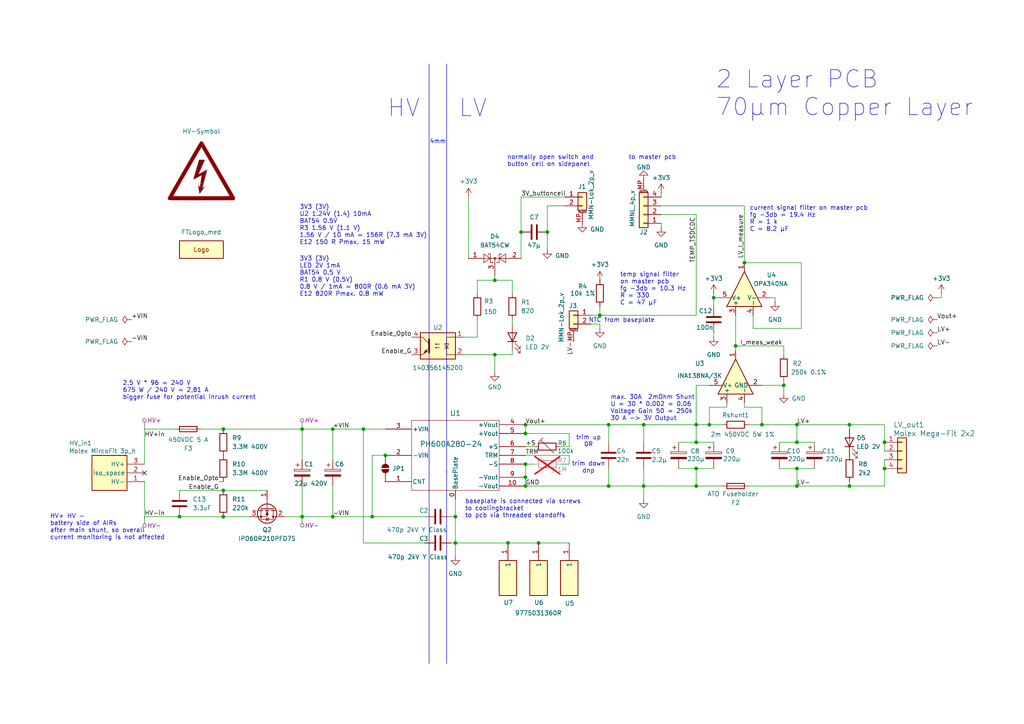
<source format=kicad_sch>
(kicad_sch (version 20250114) (generator "eeschema") (generator_version "9.0")
  (paper "A4")
  (title_block (title "TS-DCDC") (date "2024-12-12") (rev "0.5"))
  (lib_symbols
    (symbol "2024-11-18_21-41-11:PH600A280-24" (pin_names (offset 0.254))
      (property "Reference" "U1" (at 20.32 7.112 0))
      (property "Value" "PH600A280-24" (at 19.05 -1.778 0))
      (symbol "PH600A280-24_1_1"
        (pin power_in line (at 0 2.54 0) (length 7.62) (name "+VIN") (number "3"))
        (pin power_in line (at 0 -5.08 0) (length 7.62) (name "-VIN") (number "2"))
        (pin input line (at 0 -12.7 0) (length 7.62) (name "CNT") (number "1"))
        (pin passive line (at 20.32 -17.78 90) (length 2.54) (name "BasePlate") (number "0"))
        (pin power_out line (at 40.64 3.81 180) (length 7.62) (name "+Vout") (number "4"))
        (pin passive line (at 40.64 1.27 180) (length 7.62) (name "+Vout") (number "5"))
        (pin input line (at 40.64 -2.54 180) (length 7.62) (name "+S") (number "6"))
        (pin input line (at 40.64 -5.08 180) (length 7.62) (name "TRM") (number "7"))
        (pin input line (at 40.64 -7.62 180) (length 7.62) (name "-S") (number "8"))
        (pin passive line (at 40.64 -11.43 180) (length 7.62) (name "-Vout") (number "9"))
        (pin power_out line (at 40.64 -13.97 180) (length 7.62) (name "-Vout") (number "10"))
      )
    )
    (symbol "43650-0317:43650-0317"
      (property "Reference" "HV_in1" (at 18.542 -11.938 0))
      (property "Value" "Molex MircoFit 3p_h" (at 11.43 -9.398 0))
      (symbol "43650-0317_1_1"
        (pin power_out line (at 0 0 0) (length 5.08) (name "HV+") (number "3"))
        (pin passive line (at 0 -2.54 0) (length 5.08) (name "iso_space") (number "2"))
        (pin power_out line (at 0 -5.08 0) (length 5.08) (name "HV-") (number "1"))
      )
    )
    (symbol "9775031360R:9775031360R"
      (property "Reference" "U" (at 16.51 7.62 0))
      (property "Value" "9775031360R" (at 16.51 5.08 0))
      (symbol "9775031360R_1_1"
        (pin passive line (at 0 0 0) (length 5.08) (name "1") (number "1"))
      )
    )
    (symbol "Amplifier_Current:INA138" (pin_names (offset 0.127))
      (property "Reference" "U" (at 3.81 5.08 0))
      (property "Value" "INA138" (at 3.81 2.54 0))
      (symbol "INA138_1_1"
        (pin input line (at -7.62 2.54 0) (length 2.54) (name "+") (number "3"))
        (pin input line (at -7.62 -2.54 0) (length 2.54) (name "-") (number "4"))
        (pin power_in line (at -2.54 7.62 270) (length 3.81) (name "V+") (number "5"))
        (pin power_in line (at -2.54 -7.62 90) (length 3.81) (name "GND") (number "2"))
        (pin output line (at 7.62 0 180) (length 2.54) (name "~") (number "1"))
      )
    )
    (symbol "Amplifier_Operational:OPA340NA" (pin_names (offset 0.127))
      (property "Reference" "U" (at -1.27 6.35 0))
      (property "Value" "OPA340NA" (at -1.27 3.81 0))
      (symbol "OPA340NA_0_1"
        (pin power_in line (at -2.54 7.62 270) (length 3.81) (name "V+") (number "5"))
        (pin power_in line (at -2.54 -7.62 90) (length 3.81) (name "V-") (number "2"))
      )
      (symbol "OPA340NA_1_1"
        (pin input line (at -7.62 2.54 0) (length 2.54) (name "+") (number "3"))
        (pin input line (at -7.62 -2.54 0) (length 2.54) (name "-") (number "4"))
        (pin output line (at 7.62 0 180) (length 2.54) (name "~") (number "1"))
      )
    )
    (symbol "Conn_01x04_1" (pin_names (offset 1.016) (hide yes))
      (property "Reference" "LV_out1" (at -2.54 7.62 0))
      (property "Value" "Molex Mega-Fit 2x2" (at -2.54 5.08 0))
      (symbol "Conn_01x04_1_1_1"
        (pin power_in line (at -5.08 2.54 0) (length 3.81) (name "Pin_1") (number "1"))
        (pin power_in line (at -5.08 0 0) (length 3.81) (name "Pin_2") (number "2"))
        (pin power_in line (at -5.08 -2.54 0) (length 3.81) (name "Pin_3") (number "3"))
        (pin power_in line (at -5.08 -5.08 0) (length 3.81) (name "Pin_4") (number "4"))
      )
    )
    (symbol "Connector_Generic_MountingPin:Conn_01x02_MountingPin" (pin_names (offset 1.016) (hide yes))
      (property "Reference" "J" (at 0 2.54 0))
      (property "Value" "Conn_01x02_MountingPin" (at 1.27 -5.08 0))
      (symbol "Conn_01x02_MountingPin_1_1"
        (text "Mounting" (at 0 -4.191 0) (effects (font (size 0.381 0.381))))
        (pin passive line (at -5.08 0 0) (length 3.81) (name "Pin_1") (number "1"))
        (pin passive line (at -5.08 -2.54 0) (length 3.81) (name "Pin_2") (number "2"))
        (pin passive line (at 0 -7.62 90) (length 3.048) (name "MountPin") (number "MP"))
      )
    )
    (symbol "Connector_Generic_MountingPin:Conn_01x04_MountingPin" (pin_names (offset 1.016) (hide yes))
      (property "Reference" "J" (at 0 5.08 0))
      (property "Value" "Conn_01x04_MountingPin" (at 1.27 -7.62 0))
      (symbol "Conn_01x04_MountingPin_1_1"
        (text "Mounting" (at 0 -6.731 0) (effects (font (size 0.381 0.381))))
        (pin passive line (at -5.08 2.54 0) (length 3.81) (name "Pin_1") (number "1"))
        (pin passive line (at -5.08 0 0) (length 3.81) (name "Pin_2") (number "2"))
        (pin passive line (at -5.08 -2.54 0) (length 3.81) (name "Pin_3") (number "3"))
        (pin passive line (at -5.08 -5.08 0) (length 3.81) (name "Pin_4") (number "4"))
        (pin passive line (at 0 -10.16 90) (length 3.048) (name "MountPin") (number "MP"))
      )
    )
    (symbol "Device:C" (pin_numbers (hide yes)) (pin_names (offset 0.254))
      (property "Reference" "C" (at 0.635 2.54 0))
      (property "Value" "C" (at 0.635 -2.54 0))
      (symbol "C_1_1"
        (pin passive line (at 0 3.81 270) (length 2.794) (name "~") (number "1"))
        (pin passive line (at 0 -3.81 90) (length 2.794) (name "~") (number "2"))
      )
    )
    (symbol "Device:C_Polarized" (pin_numbers (hide yes)) (pin_names (offset 0.254))
      (property "Reference" "C" (at 0.635 2.54 0))
      (property "Value" "C_Polarized" (at 0.635 -2.54 0))
      (symbol "C_Polarized_1_1"
        (pin passive line (at 0 3.81 270) (length 2.794) (name "~") (number "1"))
        (pin passive line (at 0 -3.81 90) (length 2.794) (name "~") (number "2"))
      )
    )
    (symbol "Device:Fuse" (pin_numbers (hide yes)) (pin_names (offset 0))
      (property "Reference" "F" (at 2.032 0 90))
      (property "Value" "Fuse" (at -1.905 0 90))
      (symbol "Fuse_1_1"
        (pin passive line (at 0 3.81 270) (length 1.27) (name "~") (number "1"))
        (pin passive line (at 0 -3.81 90) (length 1.27) (name "~") (number "2"))
      )
    )
    (symbol "Device:LED" (pin_numbers (hide yes)) (pin_names (offset 1.016) (hide yes))
      (property "Reference" "D" (at 0 2.54 0))
      (property "Value" "LED" (at 0 -2.54 0))
      (symbol "LED_1_1"
        (pin passive line (at -3.81 0 0) (length 2.54) (name "K") (number "1"))
        (pin passive line (at 3.81 0 180) (length 2.54) (name "A") (number "2"))
      )
    )
    (symbol "Device:R" (pin_numbers (hide yes)) (pin_names (offset 0))
      (property "Reference" "R" (at 2.032 0 90))
      (property "Value" "R" (at 0 0 90))
      (symbol "R_1_1"
        (pin passive line (at 0 3.81 270) (length 1.27) (name "~") (number "1"))
        (pin passive line (at 0 -3.81 90) (length 1.27) (name "~") (number "2"))
      )
    )
    (symbol "Device:R_Trim" (pin_numbers (hide yes)) (pin_names (offset 0))
      (property "Reference" "R" (at 2.54 -2.54 90))
      (property "Value" "R_Trim" (at -2.54 -0.635 90))
      (symbol "R_Trim_1_1"
        (pin passive line (at 0 3.81 270) (length 1.27) (name "~") (number "1"))
        (pin passive line (at 0 -3.81 90) (length 1.27) (name "~") (number "2"))
      )
    )
    (symbol "Diode:BAT54CW" (pin_names (offset 1.016))
      (property "Reference" "D" (at 0.635 -3.81 0))
      (property "Value" "BAT54CW" (at -6.35 3.175 0))
      (symbol "BAT54CW_1_1"
        (pin passive line (at -7.62 0 0) (length 3.81) (name "~") (number "1"))
        (pin passive line (at 0 -5.08 90) (length 5.08) (name "~") (number "3"))
        (pin passive line (at 7.62 0 180) (length 3.81) (name "~") (number "2"))
      )
    )
    (symbol "FaSTTUBe_logos:FTLogo_med"
      (property "Value" "FTLogo_med" (at 0 -3.81 0))
      (symbol "FTLogo_med_0_0"
        (text "Logo" (at 0 0 0) (effects (font (size 1.27 1.27))))
      )
    )
    (symbol "FaSTTUBe_logos:HV-Symbol" (pin_names (offset 1.016))
      (property "Value" "HV-Symbol" (at 0 -10.16 0))
    )
    (symbol "Fuse_1" (pin_numbers (hide yes)) (pin_names (offset 0))
      (property "Reference" "F2" (at 4.826 0 90))
      (property "Value" "ATO Fuseholder" (at 2.286 0.762 90))
      (symbol "Fuse_1_1_1"
        (pin passive line (at 0 3.81 270) (length 1.27) (name "~") (number "1"))
        (pin passive line (at 0 -3.81 90) (length 1.27) (name "~") (number "2"))
      )
    )
    (symbol "Jumper:SolderJumper_2_Open" (pin_numbers (hide yes)) (pin_names (offset 0) (hide yes)) (exclude_from_sim yes) (in_bom no)
      (property "Reference" "JP" (at 0 2.032 0))
      (property "Value" "SolderJumper_2_Open" (at 0 -2.54 0))
      (symbol "SolderJumper_2_Open_1_1"
        (pin passive line (at -3.81 0 0) (length 2.54) (name "A") (number "1"))
        (pin passive line (at 3.81 0 180) (length 2.54) (name "B") (number "2"))
      )
    )
    (symbol "Relay_SolidState:34.81-7048"
      (property "Reference" "U2" (at 0 5.334 0))
      (property "Value" "140356145200" (at 0 -6.35 0))
      (symbol "34.81-7048_1_1"
        (pin passive line (at -7.62 2.54 0) (length 2.54) (name "") (number "1"))
        (pin passive line (at -7.62 -2.54 0) (length 2.54) (name "~") (number "2"))
        (pin passive line (at 7.62 2.54 180) (length 2.54) (name "~") (number "4"))
        (pin passive line (at 7.62 -2.54 180) (length 2.54) (name "~") (number "3"))
      )
    )
    (symbol "Transistor_FET:IPD50R380CE" (pin_names (hide yes))
      (property "Reference" "Q" (at 5.08 1.905 0))
      (property "Value" "IPD50R380CE" (at 5.08 0 0))
      (symbol "IPD50R380CE_1_1"
        (pin input line (at -5.08 0 0) (length 2.54) (name "G") (number "1"))
        (pin passive line (at 2.54 5.08 270) (length 2.54) (name "D") (number "2"))
        (pin passive line (at 2.54 -5.08 90) (length 2.54) (name "S") (number "3"))
      )
    )
    (symbol "power:+3V3" (power) (pin_numbers (hide yes)) (pin_names (offset 0) (hide yes))
      (property "Value" "+3V3" (at 0 3.556 0))
      (symbol "+3V3_1_1"
        (pin power_in line (at 0 0 90) (length 0) (name "~") (number "1"))
      )
    )
    (symbol "power:GND" (power) (pin_numbers (hide yes)) (pin_names (offset 0) (hide yes))
      (property "Value" "GND" (at 0 -3.81 0))
      (symbol "GND_1_1"
        (pin power_in line (at 0 0 270) (length 0) (name "~") (number "1"))
      )
    )
    (symbol "power:PWR_FLAG" (power) (pin_numbers (hide yes)) (pin_names (offset 0) (hide yes))
      (property "Value" "PWR_FLAG" (at 0 3.81 0))
      (symbol "PWR_FLAG_0_0"
        (pin power_out line (at 0 0 90) (length 0) (name "~") (number "1"))
      )
    )
  )
  (text "trim down\ndnp" (at 170.688 135.636 0) (effects (font (size 1.27 1.27))))
  (text "3V3 (3V)\nU2 1.24V (1.4) 10mA\nBAT54 0.5V\nR3 1.56 V (1.1 V)\n1.56 V / 10 mA = 156R (7.3 mA 3V)\nE12 150 R Pmax. 15 mW\n" (at 86.868 65.278 0) (effects (font (size 1.27 1.27)) (justify left)))
  (text "max. 30A  2mOhm Shunt \nU = 30 * 0.002 = 0.06\nVoltage Gain 50 = 250k\n30 A -> 3V Output\n" (at 177.038 118.364 0) (effects (font (size 1.27 1.27)) (justify left)))
  (text "trim up\n0R" (at 170.688 128.016 0) (effects (font (size 1.27 1.27))))
  (text "2,5 V * 96 = 240 V\n675 W / 240 V = 2,81 A\nbigger fuse for potential inrush current\n\n" (at 35.56 114.3 0) (effects (font (size 1.27 1.27)) (justify left)))
  (text "current signal filter on master pcb\nfg -3db = 19.4 Hz\nR = 1 k\nC = 8.2 µF\n" (at 217.424 63.5 0) (effects (font (size 1.27 1.27)) (justify left)))
  (text "LV" (at 137.16 31.496 0) (effects (font (size 5 5))))
  (text "4mm" (at 127 41.148 0) (effects (font (size 1.27 1.27))))
  (text "normally open switch and\nbutton cell on sidepanel\n " (at 147.066 44.958 0) (effects (font (size 1.27 1.27)) (justify left top)))
  (text "NTC from baseplate" (at 180.34 92.964 0) (effects (font (size 1.27 1.27))))
  (text "HV" (at 117.094 31.496 0) (effects (font (size 5 5))))
  (text "3V3 (3V)\nLED 2V 1mA\nBAT54 0.5 V \nR1 0.8 V (0.5V)\n0.8 V / 1mA = 800R (0.6 mA 3V)\nE12 820R Pmax. 0.8 mW" (at 86.868 80.264 0) (effects (font (size 1.27 1.27)) (justify left)))
  (text "HV+ HV -\nbattery side of AIRs\nafter main shunt, so overall \ncurrent monitoring is not affected" (at 14.478 152.908 0) (effects (font (size 1.27 1.27)) (justify left)))
  (text "to master pcb" (at 189.23 45.72 0) (effects (font (size 1.27 1.27))))
  (text "baseplate is connected via screws \nto coolingbracket\nto pcb via threaded standoffs\n" (at 134.874 147.574 0) (effects (font (size 1.27 1.27)) (justify left)))
  (text "temp signal filter \non master pcb\nfg -3db = 10.3 Hz\nR = 330\nC = 47 µF" (at 179.832 83.82 0) (effects (font (size 1.27 1.27)) (justify left)))
  (text "2 Layer PCB \n70µm Copper Layer\n" (at 207.518 27.178 0) (effects (font (size 5 5)) (justify left)))
  (junction (at 152.4 134.62))
  (junction (at 186.69 123.19))
  (junction (at 207.01 86.36))
  (junction (at 105.41 124.46))
  (junction (at 64.77 149.86))
  (junction (at 143.51 81.28))
  (junction (at 201.93 128.27))
  (junction (at 96.52 124.46))
  (junction (at 107.95 149.86))
  (junction (at 213.36 100.33))
  (junction (at 231.14 123.19))
  (junction (at 176.53 123.19))
  (junction (at 151.13 67.31))
  (junction (at 152.4 138.43))
  (junction (at 147.32 157.48))
  (junction (at 201.93 135.89))
  (junction (at 152.4 123.19))
  (junction (at 246.38 123.19))
  (junction (at 132.08 157.48))
  (junction (at 152.4 140.97))
  (junction (at 205.74 123.19))
  (junction (at 201.93 123.19))
  (junction (at 176.53 140.97))
  (junction (at 231.14 128.27))
  (junction (at 231.14 135.89))
  (junction (at 87.63 124.46))
  (junction (at 173.99 91.44))
  (junction (at 158.75 67.31))
  (junction (at 156.21 157.48))
  (junction (at 152.4 125.73))
  (junction (at 201.93 140.97))
  (junction (at 220.98 123.19))
  (junction (at 132.08 149.86))
  (junction (at 256.54 128.27))
  (junction (at 111.76 132.08))
  (junction (at 52.07 149.86))
  (junction (at 64.77 142.24))
  (junction (at 186.69 140.97))
  (junction (at 215.9 76.2))
  (junction (at 64.77 124.46))
  (junction (at 246.38 140.97))
  (junction (at 256.54 135.89))
  (junction (at 227.33 111.76))
  (junction (at 87.63 149.86))
  (junction (at 143.51 102.87))
  (junction (at 231.14 140.97))
  (junction (at 96.52 149.86))
  (no_connect (at 41.91 137.16))
  (wire (pts (xy 231.14 135.89) (xy 231.14 140.97)))
  (wire (pts (xy 132.08 144.78) (xy 132.08 149.86)))
  (wire (pts (xy 64.77 142.24) (xy 77.47 142.24)))
  (wire (pts (xy 231.14 128.27) (xy 236.22 128.27)))
  (wire (pts (xy 41.91 139.7) (xy 41.91 149.86)))
  (wire (pts (xy 176.53 123.19) (xy 176.53 128.27)))
  (wire (pts (xy 176.53 135.89) (xy 176.53 140.97)))
  (wire (pts (xy 158.75 59.69) (xy 158.75 67.31)))
  (wire (pts (xy 148.59 102.87) (xy 148.59 101.6)))
  (wire (pts (xy 201.93 123.19) (xy 205.74 123.19)))
  (wire (pts (xy 107.95 132.08) (xy 107.95 149.86)))
  (wire (pts (xy 152.4 134.62) (xy 154.94 134.62)))
  (wire (pts (xy 226.06 128.27) (xy 231.14 128.27)))
  (wire (pts (xy 107.95 149.86) (xy 123.19 149.86)))
  (wire (pts (xy 107.95 132.08) (xy 111.76 132.08)))
  (wire (pts (xy 201.93 111.76) (xy 205.74 111.76)))
  (wire (pts (xy 143.51 81.28) (xy 143.51 80.01)))
  (wire (pts (xy 273.05 86.36) (xy 271.78 86.36)))
  (wire (pts (xy 151.13 57.15) (xy 163.83 57.15)))
  (wire (pts (xy 132.08 149.86) (xy 130.81 149.86)))
  (wire (pts (xy 201.93 62.23) (xy 201.93 91.44)))
  (wire (pts (xy 173.99 93.98) (xy 171.45 93.98)))
  (wire (pts (xy 138.43 81.28) (xy 138.43 85.09)))
  (wire (pts (xy 63.5 139.7) (xy 64.77 139.7)))
  (wire (pts (xy 132.08 157.48) (xy 147.32 157.48)))
  (wire (pts (xy 205.74 123.19) (xy 209.55 123.19)))
  (wire (pts (xy 165.1 129.54) (xy 162.56 129.54)))
  (wire (pts (xy 87.63 149.86) (xy 96.52 149.86)))
  (wire (pts (xy 134.62 97.79) (xy 138.43 97.79)))
  (wire (pts (xy 207.01 96.52) (xy 207.01 97.79)))
  (wire (pts (xy 201.93 111.76) (xy 201.93 123.19)))
  (wire (pts (xy 210.82 116.84) (xy 210.82 118.11)))
  (wire (pts (xy 210.82 118.11) (xy 205.74 118.11)))
  (wire (pts (xy 135.89 57.15) (xy 135.89 74.93)))
  (wire (pts (xy 218.44 95.25) (xy 232.41 95.25)))
  (wire (pts (xy 165.1 134.62) (xy 165.1 132.08)))
  (wire (pts (xy 227.33 111.76) (xy 227.33 114.3)))
  (wire (pts (xy 152.4 123.19) (xy 176.53 123.19)))
  (polyline (pts (xy 124.46 18.542) (xy 124.46 192.405)))
  (wire (pts (xy 105.41 124.46) (xy 111.76 124.46)))
  (wire (pts (xy 208.28 86.36) (xy 207.01 86.36)))
  (wire (pts (xy 191.77 66.04) (xy 191.77 64.77)))
  (wire (pts (xy 151.13 57.15) (xy 151.13 67.31)))
  (wire (pts (xy 152.4 138.43) (xy 152.4 134.62)))
  (wire (pts (xy 41.91 149.86) (xy 52.07 149.86)))
  (wire (pts (xy 217.17 140.97) (xy 231.14 140.97)))
  (wire (pts (xy 105.41 157.48) (xy 123.19 157.48)))
  (wire (pts (xy 143.51 81.28) (xy 148.59 81.28)))
  (wire (pts (xy 143.51 102.87) (xy 148.59 102.87)))
  (wire (pts (xy 96.52 149.86) (xy 107.95 149.86)))
  (wire (pts (xy 220.98 118.11) (xy 220.98 123.19)))
  (wire (pts (xy 64.77 124.46) (xy 87.63 124.46)))
  (wire (pts (xy 224.79 87.63) (xy 224.79 86.36)))
  (wire (pts (xy 186.69 123.19) (xy 201.93 123.19)))
  (wire (pts (xy 152.4 129.54) (xy 154.94 129.54)))
  (wire (pts (xy 96.52 140.97) (xy 96.52 149.86)))
  (wire (pts (xy 52.07 142.24) (xy 64.77 142.24)))
  (wire (pts (xy 213.36 91.44) (xy 213.36 100.33)))
  (wire (pts (xy 186.69 140.97) (xy 201.93 140.97)))
  (wire (pts (xy 173.99 88.9) (xy 173.99 91.44)))
  (wire (pts (xy 87.63 124.46) (xy 96.52 124.46)))
  (wire (pts (xy 213.36 100.33) (xy 227.33 100.33)))
  (wire (pts (xy 173.99 91.44) (xy 201.93 91.44)))
  (wire (pts (xy 186.69 123.19) (xy 186.69 128.27)))
  (wire (pts (xy 186.69 140.97) (xy 186.69 144.78)))
  (wire (pts (xy 220.98 111.76) (xy 227.33 111.76)))
  (wire (pts (xy 201.93 128.27) (xy 207.01 128.27)))
  (wire (pts (xy 186.69 135.89) (xy 186.69 140.97)))
  (wire (pts (xy 201.93 135.89) (xy 201.93 140.97)))
  (wire (pts (xy 158.75 67.31) (xy 158.75 72.39)))
  (wire (pts (xy 220.98 118.11) (xy 215.9 118.11)))
  (wire (pts (xy 226.06 135.89) (xy 231.14 135.89)))
  (wire (pts (xy 41.91 124.46) (xy 50.8 124.46)))
  (polyline (pts (xy 129.54 136.525) (xy 129.54 192.405)))
  (wire (pts (xy 152.4 123.19) (xy 152.4 125.73)))
  (wire (pts (xy 87.63 124.46) (xy 87.63 133.35)))
  (wire (pts (xy 191.77 57.15) (xy 191.77 55.88)))
  (wire (pts (xy 232.41 76.2) (xy 215.9 76.2)))
  (wire (pts (xy 201.93 140.97) (xy 209.55 140.97)))
  (wire (pts (xy 165.1 125.73) (xy 152.4 125.73)))
  (wire (pts (xy 205.74 118.11) (xy 205.74 123.19)))
  (wire (pts (xy 147.32 157.48) (xy 156.21 157.48)))
  (wire (pts (xy 138.43 81.28) (xy 143.51 81.28)))
  (wire (pts (xy 196.85 128.27) (xy 201.93 128.27)))
  (wire (pts (xy 196.85 135.89) (xy 201.93 135.89)))
  (wire (pts (xy 232.41 95.25) (xy 232.41 76.2)))
  (wire (pts (xy 162.56 134.62) (xy 165.1 134.62)))
  (wire (pts (xy 58.42 124.46) (xy 64.77 124.46)))
  (wire (pts (xy 163.83 59.69) (xy 158.75 59.69)))
  (wire (pts (xy 246.38 124.46) (xy 246.38 123.19)))
  (wire (pts (xy 176.53 123.19) (xy 186.69 123.19)))
  (wire (pts (xy 96.52 124.46) (xy 105.41 124.46)))
  (wire (pts (xy 213.36 100.33) (xy 213.36 101.6)))
  (wire (pts (xy 224.79 86.36) (xy 223.52 86.36)))
  (wire (pts (xy 173.99 91.44) (xy 171.45 91.44)))
  (wire (pts (xy 231.14 135.89) (xy 236.22 135.89)))
  (wire (pts (xy 217.17 123.19) (xy 220.98 123.19)))
  (wire (pts (xy 215.9 59.69) (xy 215.9 76.2)))
  (wire (pts (xy 231.14 140.97) (xy 246.38 140.97)))
  (wire (pts (xy 152.4 140.97) (xy 176.53 140.97)))
  (wire (pts (xy 231.14 123.19) (xy 231.14 128.27)))
  (wire (pts (xy 201.93 135.89) (xy 207.01 135.89)))
  (wire (pts (xy 191.77 59.69) (xy 215.9 59.69)))
  (polyline (pts (xy 129.54 18.542) (xy 129.54 137.16)))
  (wire (pts (xy 82.55 149.86) (xy 87.63 149.86)))
  (wire (pts (xy 152.4 140.97) (xy 152.4 138.43)))
  (wire (pts (xy 143.51 102.87) (xy 143.51 107.95)))
  (wire (pts (xy 256.54 128.27) (xy 256.54 130.81)))
  (wire (pts (xy 256.54 133.35) (xy 256.54 135.89)))
  (wire (pts (xy 246.38 123.19) (xy 256.54 123.19)))
  (wire (pts (xy 176.53 140.97) (xy 186.69 140.97)))
  (wire (pts (xy 148.59 92.71) (xy 148.59 93.98)))
  (wire (pts (xy 173.99 93.98) (xy 173.99 95.25)))
  (wire (pts (xy 215.9 118.11) (xy 215.9 116.84)))
  (wire (pts (xy 152.4 132.08) (xy 165.1 132.08)))
  (wire (pts (xy 138.43 92.71) (xy 138.43 97.79)))
  (wire (pts (xy 256.54 135.89) (xy 256.54 140.97)))
  (wire (pts (xy 151.13 67.31) (xy 151.13 74.93)))
  (wire (pts (xy 246.38 140.97) (xy 256.54 140.97)))
  (wire (pts (xy 148.59 81.28) (xy 148.59 85.09)))
  (wire (pts (xy 165.1 129.54) (xy 165.1 125.73)))
  (wire (pts (xy 246.38 139.7) (xy 246.38 140.97)))
  (wire (pts (xy 132.08 157.48) (xy 130.81 157.48)))
  (wire (pts (xy 132.08 161.29) (xy 132.08 157.48)))
  (wire (pts (xy 96.52 124.46) (xy 96.52 133.35)))
  (wire (pts (xy 105.41 124.46) (xy 105.41 157.48)))
  (wire (pts (xy 273.05 85.09) (xy 273.05 86.36)))
  (wire (pts (xy 165.1 157.48) (xy 156.21 157.48)))
  (wire (pts (xy 227.33 100.33) (xy 227.33 102.87)))
  (wire (pts (xy 220.98 123.19) (xy 231.14 123.19)))
  (wire (pts (xy 207.01 86.36) (xy 207.01 85.09)))
  (wire (pts (xy 132.08 149.86) (xy 132.08 157.48)))
  (wire (pts (xy 41.91 124.46) (xy 41.91 134.62)))
  (wire (pts (xy 256.54 123.19) (xy 256.54 128.27)))
  (wire (pts (xy 207.01 86.36) (xy 207.01 88.9)))
  (wire (pts (xy 227.33 110.49) (xy 227.33 111.76)))
  (wire (pts (xy 143.51 102.87) (xy 134.62 102.87)))
  (wire (pts (xy 52.07 149.86) (xy 64.77 149.86)))
  (wire (pts (xy 231.14 123.19) (xy 246.38 123.19)))
  (wire (pts (xy 201.93 62.23) (xy 191.77 62.23)))
  (wire (pts (xy 218.44 95.25) (xy 218.44 91.44)))
  (wire (pts (xy 87.63 149.86) (xy 87.63 140.97)))
  (wire (pts (xy 64.77 149.86) (xy 72.39 149.86)))
  (wire (pts (xy 201.93 123.19) (xy 201.93 128.27)))
  (label "LV+" (at 231.14 123.19 0))
  (label "+VIN" (at 38.1 92.71 0))
  (label "LV-" (at 231.14 140.97 0))
  (label "GND" (at 152.4 140.97 0))
  (label "TEMP_TSDCDC" (at 201.93 76.2 90))
  (label "LV-" (at 271.78 100.33 0))
  (label "Vout+" (at 271.78 92.71 0))
  (label "+S" (at 152.4 129.54 0))
  (label "-VIN" (at 38.1 99.06 0))
  (label "TRM" (at 152.4 132.08 0))
  (label "-VIN" (at 96.52 149.86 0))
  (label "LV_I_measure" (at 215.9 74.93 90))
  (label "HV+in" (at 41.91 127 0))
  (label "I_meas_weak" (at 214.63 100.33 0))
  (label "3V_buttoncell" (at 151.13 57.15 0))
  (label "LV-" (at 166.37 99.06 270))
  (label "Enable_G" (at 63.5 142.24 180))
  (label "HV-in" (at 41.91 149.86 0))
  (label "Enable_Opto" (at 63.5 139.7 180))
  (label "Vout+" (at 152.4 123.19 0))
  (label "Enable_G" (at 119.38 102.87 180))
  (label "Enable_Opto" (at 119.38 97.79 180))
  (label "+VIN" (at 96.52 124.46 0))
  (label "LV+" (at 271.78 96.52 0))
  (netclass_flag "" (length 2.54) (shape round) (at 41.91 124.46 0) (property "Netclass" "HV+" (at 42.6085 121.92 0) (effects (font (italic yes)) (justify left))))
  (netclass_flag "" (length 2.54) (shape round) (at 41.91 149.86 180) (property "Netclass" "HV-" (at 42.6085 152.4 0) (effects (font (italic yes)) (justify left))))
  (netclass_flag "" (length 2.54) (shape round) (at 87.63 124.46 0) (property "Netclass" "HV+" (at 88.3285 121.92 0) (effects (font (italic yes)) (justify left))))
  (netclass_flag "" (length 2.54) (shape round) (at 87.63 149.86 180) (property "Netclass" "HV-" (at 88.3285 152.4 0) (effects (font (italic yes)) (justify left))))
  (symbol (lib_id "9775031360R:9775031360R") (at 165.1 157.48 270) (unit 1)
    (property "Reference" "U5" (at 163.83 175.006 90) (effects (justify left)))
    (property "Value" "9775031360R" (effects (hide yes)))
    (property "Footprint" "9775031360R" (effects (hide yes)))
    (property "Datasheet" "https://www.we-online.com/components/products/datasheet/9775031360R.pdf" (effects (hide yes)))
    (property "Description" "Round Standoff Threaded M3 Steel 0.039\" (1.00mm)" (effects (hide yes)))
    (property "Height" "4.2" (effects (hide yes)))
    (property "Mouser Part Number" "710-9775031360R" (effects (hide yes)))
    (property "Mouser Price/Stock" "https://www.mouser.co.uk/ProductDetail/Wurth-Elektronik/9775031360R?qs=lBTPRtX1sU%252BooRt%2F6rjYpA%3D%3D" (effects (hide yes)))
    (property "Manufacturer_Name" "Wurth Elektronik" (effects (hide yes)))
    (property "Manufacturer_Part_Number" "9775031360R" (effects (hide yes)))
  )
  (symbol (lib_id "Device:LED") (at 148.59 97.79 90) (unit 1)
    (property "Reference" "D2" (at 152.4 98.1074 90) (effects (justify right)))
    (property "Value" "LED 2V" (at 152.4 100.6474 90) (effects (justify right)))
    (property "Footprint" "LED_SMD:LED_0603_1608Metric" (effects (hide yes)))
    (property "Description" "Light emitting diode" (effects (hide yes)))
  )
  (symbol (lib_id "Device:C_Polarized") (at 196.85 132.08 0) (unit 1)
    (property "Reference" "C8" (at 202.946 130.81 0) (effects (justify right)))
    (property "Value" "220µ" (at 204.47 133.096 0) (effects (justify right)))
    (property "Footprint" "Capacitor_THT:CP_Radial_D10.0mm_P5.00mm" (effects (hide yes)))
    (property "Datasheet" "https://mou.sr/3E8B9GR" (effects (hide yes)))
    (property "Description" "Polarized capacitor" (effects (hide yes)))
  )
  (symbol (lib_id "Device:C") (at 176.53 132.08 0) (unit 1)
    (property "Reference" "C4" (at 178.816 130.81 0) (effects (justify left)))
    (property "Value" "22n" (at 178.816 133.35 0) (effects (justify left)))
    (property "Footprint" "Capacitor_SMD:C_1206_3216Metric" (effects (hide yes)))
    (property "Description" "Unpolarized capacitor" (effects (hide yes)))
  )
  (symbol (lib_id "Device:R") (at 246.38 135.89 0) (unit 1)
    (property "Reference" "R8" (at 248.92 134.6199 0) (effects (justify left)))
    (property "Value" "2k2" (at 248.92 137.1599 0) (effects (justify left)))
    (property "Footprint" "Resistor_SMD:R_0603_1608Metric" (effects (hide yes)))
    (property "Description" "Resistor" (effects (hide yes)))
  )
  (symbol (lib_id "Connector_Generic_MountingPin:Conn_01x04_MountingPin") (at 186.69 62.23 180) (unit 1)
    (property "Reference" "J2" (at 186.69 67.31 0))
    (property "Value" "MMNL_4p_v" (at 183.388 60.452 90))
    (property "Footprint" "FaSTTUBe_connectors:Micro_Mate-N-Lok_4p_vertical" (effects (hide yes)))
    (property "Description" "Generic connectable mounting pin connector, single row, 01x04, script generated (kicad-library-utils/schlib/autogen/connector/)" (effects (hide yes)))
  )
  (symbol (lib_id "power:GND") (at 186.69 144.78 0) (unit 1)
    (property "Reference" "#PWR01" (effects (hide yes)))
    (property "Value" "GND" (at 186.69 149.86 0))
    (property "Description" "Power symbol creates a global label with name \"GND\" , ground" (effects (hide yes)))
  )
  (symbol (lib_id "power:PWR_FLAG") (at 38.1 92.71 90) (unit 1)
    (property "Reference" "#FLG02" (effects (hide yes)))
    (property "Value" "PWR_FLAG" (at 34.29 92.7099 90) (effects (justify left)))
    (property "Description" "Special symbol for telling ERC where power comes from" (effects (hide yes)))
  )
  (symbol (lib_id "power:+3V3") (at 191.77 55.88 0) (mirror y) (unit 1)
    (property "Reference" "#PWR05" (effects (hide yes)))
    (property "Value" "+3V3" (at 191.77 51.562 0))
    (property "Description" "Power symbol creates a global label with name \"+3V3\"" (effects (hide yes)))
  )
  (symbol (lib_id "Amplifier_Operational:OPA340NA") (at 215.9 83.82 90) (unit 1)
    (property "Reference" "U4" (at 223.774 79.756 90))
    (property "Value" "OPA340NA" (at 223.52 82.296 90))
    (property "Footprint" "Package_TO_SOT_SMD:SOT-23-5" (effects (hide yes)))
    (property "Datasheet" "http://www.ti.com/lit/ds/symlink/opa340.pdf" (effects (hide yes)))
    (property "Description" "Single Single-Supply, Rail-to-Rail Operational Amplifier, MicroAmplifier Series, SOT-23-5" (effects (hide yes)))
  )
  (symbol (lib_id "Jumper:SolderJumper_2_Open") (at 111.76 135.89 90) (unit 1) (exclude_from_sim yes) (in_bom no)
    (property "Reference" "JP1" (at 113.792 135.89 90) (effects (justify right)))
    (property "Value" "SolderJumper_2_Open" (effects (hide yes)))
    (property "Footprint" "Jumper:SolderJumper-2_P1.3mm_Open_RoundedPad1.0x1.5mm" (effects (hide yes)))
    (property "Description" "Solder Jumper, 2-pole, open" (effects (hide yes)))
  )
  (symbol (lib_id "Device:C_Polarized") (at 226.06 132.08 0) (unit 1)
    (property "Reference" "C10" (at 232.156 130.81 0) (effects (justify right)))
    (property "Value" "220µ" (at 233.68 133.096 0) (effects (justify right)))
    (property "Footprint" "Capacitor_THT:CP_Radial_D10.0mm_P5.00mm" (effects (hide yes)))
    (property "Datasheet" "https://mou.sr/3E8B9GR" (effects (hide yes)))
    (property "Description" "Polarized capacitor" (effects (hide yes)))
  )
  (symbol (lib_id "Device:LED") (at 246.38 128.27 90) (unit 1)
    (property "Reference" "D5" (at 248.412 127 90) (effects (justify right)))
    (property "Value" "LED 2V" (at 248.412 129.54 90) (effects (justify right)))
    (property "Footprint" "LED_SMD:LED_0603_1608Metric" (effects (hide yes)))
    (property "Description" "Light emitting diode" (effects (hide yes)))
  )
  (symbol (lib_id "Device:C_Polarized") (at 87.63 137.16 0) (unit 1)
    (property "Reference" "C1" (at 90.932 134.62 0) (effects (justify right)))
    (property "Value" "22µ 420V" (at 94.996 140.208 0) (effects (justify right)))
    (property "Footprint" "Capacitor_THT:CP_Radial_D12.5mm_P5.00mm" (effects (hide yes)))
    (property "Datasheet" "https://www.mouser.de/ProductDetail/Chemi-Con/EKXN451ELL220MK16S?qs=eP2BKZSCXI45cEkx%2FZPDFw%3D%3D" (effects (hide yes)))
    (property "Description" "Polarized capacitor" (effects (hide yes)))
  )
  (symbol (lib_id "Device:C") (at 127 149.86 90) (unit 1)
    (property "Reference" "C2" (at 122.936 148.082 90))
    (property "Value" "470p 2kV Y Class" (at 120.904 153.67 90))
    (property "Footprint" "footprints:VY1471M29Y5UC63V0" (effects (hide yes)))
    (property "Datasheet" "https://www.vishay.com/docs/28537/vy1series.pdf" (effects (hide yes)))
    (property "Description" "Unpolarized capacitor" (effects (hide yes)))
  )
  (symbol (lib_id "power:PWR_FLAG") (at 271.78 100.33 90) (unit 1)
    (property "Reference" "#FLG05" (effects (hide yes)))
    (property "Value" "PWR_FLAG" (at 267.97 100.3299 90) (effects (justify left)))
    (property "Description" "Special symbol for telling ERC where power comes from" (effects (hide yes)))
  )
  (symbol (lib_id "Device:C_Polarized") (at 207.01 132.08 0) (unit 1)
    (property "Reference" "C9" (at 213.106 130.81 0) (effects (justify right)))
    (property "Value" "220µ" (at 214.884 133.096 0) (effects (justify right)))
    (property "Footprint" "Capacitor_THT:CP_Radial_D10.0mm_P5.00mm" (effects (hide yes)))
    (property "Datasheet" "https://mou.sr/3E8B9GR" (effects (hide yes)))
    (property "Description" "Polarized capacitor" (effects (hide yes)))
  )
  (symbol (lib_id "9775031360R:9775031360R") (at 156.21 157.48 270) (unit 1)
    (property "Reference" "U6" (at 154.94 174.752 90) (effects (justify left)))
    (property "Value" "9775031360R" (at 149.352 177.8 90) (effects (justify left)))
    (property "Footprint" "9775031360R" (effects (hide yes)))
    (property "Datasheet" "https://www.we-online.com/components/products/datasheet/9775031360R.pdf" (effects (hide yes)))
    (property "Description" "Round Standoff Threaded M3 Steel 0.039\" (1.00mm)" (effects (hide yes)))
    (property "Height" "4.2" (effects (hide yes)))
    (property "Mouser Part Number" "710-9775031360R" (effects (hide yes)))
    (property "Mouser Price/Stock" "https://www.mouser.co.uk/ProductDetail/Wurth-Elektronik/9775031360R?qs=lBTPRtX1sU%252BooRt%2F6rjYpA%3D%3D" (effects (hide yes)))
    (property "Manufacturer_Name" "Wurth Elektronik" (effects (hide yes)))
    (property "Manufacturer_Part_Number" "9775031360R" (effects (hide yes)))
  )
  (symbol (lib_id "Device:R") (at 148.59 88.9 0) (unit 1)
    (property "Reference" "R1" (at 151.13 87.6299 0) (effects (justify left)))
    (property "Value" "820" (at 151.13 90.1699 0) (effects (justify left)))
    (property "Footprint" "Resistor_SMD:R_0603_1608Metric" (effects (hide yes)))
    (property "Description" "Resistor" (effects (hide yes)))
  )
  (symbol (lib_id "power:GND") (at 207.01 97.79 0) (unit 1)
    (property "Reference" "#PWR013" (effects (hide yes)))
    (property "Value" "GND" (at 207.01 102.87 0))
    (property "Description" "Power symbol creates a global label with name \"GND\" , ground" (effects (hide yes)))
  )
  (symbol (lib_id "2024-11-18_21-41-11:PH600A280-24") (at 111.76 127 0) (unit 1)
    (property "Reference" "U1" (at 132.08 119.888 0) (effects (font (size 1.524 1.524))))
    (property "Value" "PH600A280-24" (at 130.81 128.778 0) (effects (font (size 1.524 1.524))))
    (property "Footprint" "footprints:PH300A_thru_PH600A_TDK" (effects (hide yes)))
    (property "Datasheet" "https://product.tdk.com/system/files/dam/doc/product/power/switching-power/dc-dc-converter/catalog/ph-a280_e.pdf" (effects (hide yes)))
  )
  (symbol (lib_id "power:PWR_FLAG") (at 271.78 86.36 90) (unit 1)
    (property "Reference" "#FLG01" (effects (hide yes)))
    (property "Value" "PWR_FLAG" (at 267.97 86.36 90) (effects (justify left)))
    (property "Description" "Special symbol for telling ERC where power comes from" (effects (hide yes)))
  )
  (symbol (lib_id "Device:C") (at 154.94 67.31 90) (unit 1)
    (property "Reference" "C7" (at 154.94 62.992 90))
    (property "Value" "47µ" (at 154.94 71.12 90))
    (property "Footprint" "Capacitor_SMD:C_1210_3225Metric" (effects (hide yes)))
    (property "Description" "Unpolarized capacitor" (effects (hide yes)))
  )
  (symbol (lib_id "power:+3V3") (at 173.99 81.28 0) (mirror y) (unit 1)
    (property "Reference" "#PWR08" (effects (hide yes)))
    (property "Value" "+3V3" (at 173.99 76.708 0))
    (property "Description" "Power symbol creates a global label with name \"+3V3\"" (effects (hide yes)))
  )
  (symbol (lib_id "FaSTTUBe_logos:HV-Symbol") (at 58.42 49.53 0) (unit 1)
    (property "Reference" "#Logo2" (effects (hide yes)))
    (property "Value" "HV-Symbol" (at 58.4225 38.1 0))
    (property "Footprint" "FaSTTUBe_logos:HV-Warning" (effects (hide yes)))
  )
  (symbol (lib_id "Device:C_Polarized") (at 96.52 137.16 0) (unit 1)
    (property "Reference" "C6" (at 99.822 134.62 0) (effects (justify right)))
    (property "Value" "22µ 420V" (effects (hide yes)))
    (property "Footprint" "Capacitor_THT:CP_Radial_D12.5mm_P5.00mm" (effects (hide yes)))
    (property "Datasheet" "https://www.mouser.de/ProductDetail/Chemi-Con/EKXN451ELL220MK16S?qs=eP2BKZSCXI45cEkx%2FZPDFw%3D%3D" (effects (hide yes)))
    (property "Description" "Polarized capacitor" (effects (hide yes)))
  )
  (symbol (lib_id "power:GND") (at 227.33 114.3 0) (unit 1)
    (property "Reference" "#PWR02" (effects (hide yes)))
    (property "Value" "GND" (at 231.648 115.57 0))
    (property "Description" "Power symbol creates a global label with name \"GND\" , ground" (effects (hide yes)))
  )
  (symbol (lib_id "Device:C") (at 52.07 146.05 0) (unit 1)
    (property "Reference" "C13" (at 55.88 144.7799 0) (effects (justify left)))
    (property "Value" "3.3uF" (at 55.88 147.3199 0) (effects (justify left)))
    (property "Footprint" "Capacitor_SMD:C_0603_1608Metric" (effects (hide yes)))
    (property "Description" "Unpolarized capacitor" (effects (hide yes)))
  )
  (symbol (lib_id "Device:C_Polarized") (at 236.22 132.08 0) (unit 1)
    (property "Reference" "C11" (at 242.316 130.81 0) (effects (justify right)))
    (property "Value" "220µ" (at 244.602 133.096 0) (effects (justify right)))
    (property "Footprint" "Capacitor_THT:CP_Radial_D10.0mm_P5.00mm" (effects (hide yes)))
    (property "Datasheet" "https://mou.sr/3E8B9GR" (effects (hide yes)))
    (property "Description" "Polarized capacitor" (effects (hide yes)))
  )
  (symbol (lib_id "Device:R_Trim") (at 158.75 134.62 270) (unit 1) (dnp yes)
    (property "Reference" "R7" (at 163.068 133.604 90))
    (property "Value" "1M" (at 163.068 136.144 90))
    (property "Footprint" "Potentiometer_SMD:Potentiometer_Bourns_TC33X_Vertical" (effects (hide yes)))
    (property "Description" "Trimmable resistor (preset resistor)" (effects (hide yes)))
  )
  (symbol (lib_id "Device:R") (at 64.77 146.05 0) (unit 1)
    (property "Reference" "R11" (at 67.31 144.7799 0) (effects (justify left)))
    (property "Value" "220k" (at 67.31 147.3199 0) (effects (justify left)))
    (property "Footprint" "Resistor_SMD:R_0603_1608Metric" (effects (hide yes)))
    (property "Description" "Resistor" (effects (hide yes)))
  )
  (symbol (lib_id "power:GND") (at 132.08 161.29 0) (unit 1)
    (property "Reference" "#PWR010" (effects (hide yes)))
    (property "Value" "GND" (at 132.08 166.37 0))
    (property "Description" "Power symbol creates a global label with name \"GND\" , ground" (effects (hide yes)))
  )
  (symbol (lib_id "Relay_SolidState:34.81-7048") (at 127 100.33 0) (mirror y) (unit 1)
    (property "Reference" "U2" (at 127 94.996 0))
    (property "Value" "140356145200" (at 127 106.68 0))
    (property "Footprint" "footprints:SOP254P700X210-4N" (effects (hide yes)))
    (property "Datasheet" "https://www.we-online.com/components/products/datasheet/140356145200.pdf" (effects (hide yes)))
    (property "Description" "Ultra-Slim Solid-State Relay, 0.1A, 48V DC output switching" (effects (hide yes)))
  )
  (symbol (lib_id "Device:R") (at 64.77 135.89 0) (unit 1)
    (property "Reference" "R10" (at 67.31 134.6199 0) (effects (justify left)))
    (property "Value" "3.3M 400V" (at 67.31 137.1599 0) (effects (justify left)))
    (property "Footprint" "Resistor_SMD:R_1206_3216Metric" (effects (hide yes)))
    (property "Description" "Resistor" (effects (hide yes)))
  )
  (symbol (lib_id "Device:R") (at 64.77 128.27 0) (unit 1)
    (property "Reference" "R9" (at 67.31 126.9999 0) (effects (justify left)))
    (property "Value" "3.3M 400V" (at 67.31 129.5399 0) (effects (justify left)))
    (property "Footprint" "Resistor_SMD:R_1206_3216Metric" (effects (hide yes)))
    (property "Description" "Resistor" (effects (hide yes)))
  )
  (symbol (lib_name "Conn_01x04_1") (lib_id "Connector_Generic:Conn_01x04") (at 261.62 130.81 0) (unit 1)
    (property "Reference" "LV_out1" (at 259.08 123.19 0) (effects (font (size 1.524 1.524)) (justify left)))
    (property "Value" "Molex Mega-Fit 2x2" (at 259.08 125.73 0) (effects (font (size 1.524 1.524)) (justify left)))
    (property "Footprint" "footprints:CONN_SD-76825-0100_04_MOL" (effects (hide yes)))
    (property "Datasheet" "https://www.molex.com/en-us/products/part-detail/768250004" (effects (hide yes)))
    (property "Description" "Generic connector, single row, 01x04, script generated (kicad-library-utils/schlib/autogen/connector/)" (effects (hide yes)))
  )
  (symbol (lib_id "Device:Fuse") (at 54.61 124.46 90) (mirror x) (unit 1)
    (property "Reference" "F3" (at 54.61 130.048 90))
    (property "Value" "450VDC 5 A" (at 54.61 127.508 90))
    (property "Footprint" "footprints:0ACG5000TE" (effects (hide yes)))
    (property "Datasheet" "https://www.mouser.de/datasheet/2/643/ds_CP_0ACG_series-2000946.pdf" (effects (hide yes)))
    (property "Description" "Fuse" (effects (hide yes)))
  )
  (symbol (lib_id "power:+3V3") (at 135.89 57.15 0) (unit 1)
    (property "Reference" "#PWR09" (effects (hide yes)))
    (property "Value" "+3V3" (at 135.89 52.578 0))
    (property "Description" "Power symbol creates a global label with name \"+3V3\"" (effects (hide yes)))
  )
  (symbol (lib_id "power:PWR_FLAG") (at 38.1 99.06 90) (unit 1)
    (property "Reference" "#FLG03" (effects (hide yes)))
    (property "Value" "PWR_FLAG" (at 34.29 99.0599 90) (effects (justify left)))
    (property "Description" "Special symbol for telling ERC where power comes from" (effects (hide yes)))
  )
  (symbol (lib_id "9775031360R:9775031360R") (at 147.32 157.48 270) (unit 1)
    (property "Reference" "U7" (at 146.05 174.752 90) (effects (justify left)))
    (property "Value" "9775031360R" (effects (hide yes)))
    (property "Footprint" "9775031360R" (effects (hide yes)))
    (property "Datasheet" "https://www.we-online.com/components/products/datasheet/9775031360R.pdf" (effects (hide yes)))
    (property "Description" "Round Standoff Threaded M3 Steel 0.039\" (1.00mm)" (effects (hide yes)))
    (property "Height" "4.2" (effects (hide yes)))
    (property "Mouser Part Number" "710-9775031360R" (effects (hide yes)))
    (property "Mouser Price/Stock" "https://www.mouser.co.uk/ProductDetail/Wurth-Elektronik/9775031360R?qs=lBTPRtX1sU%252BooRt%2F6rjYpA%3D%3D" (effects (hide yes)))
    (property "Manufacturer_Name" "Wurth Elektronik" (effects (hide yes)))
    (property "Manufacturer_Part_Number" "9775031360R" (effects (hide yes)))
  )
  (symbol (lib_id "power:GND") (at 173.99 95.25 0) (unit 1)
    (property "Reference" "#PWR06" (effects (hide yes)))
    (property "Value" "GND" (at 173.99 100.33 0))
    (property "Description" "Power symbol creates a global label with name \"GND\" , ground" (effects (hide yes)))
  )
  (symbol (lib_id "Device:R") (at 173.99 85.09 0) (unit 1)
    (property "Reference" "R4" (at 167.64 83.058 0) (effects (justify left)))
    (property "Value" "10k 1%" (at 165.354 85.09 0) (effects (justify left)))
    (property "Footprint" "Resistor_SMD:R_0603_1608Metric" (effects (hide yes)))
    (property "Description" "Resistor" (effects (hide yes)))
  )
  (symbol (lib_id "Transistor_FET:IPD50R380CE") (at 77.47 147.32 270) (unit 1)
    (property "Reference" "Q2" (at 77.47 153.67 90))
    (property "Value" "IPD60R210PFD7S" (at 77.47 156.21 90))
    (property "Footprint" "Package_TO_SOT_SMD:TO-252-2" (effects (hide yes)))
    (property "Datasheet" "https://www.mouser.de/datasheet/2/196/Infineon_IPD60R210PFD7S_DataSheet_v02_00_EN-1840644.pdf" (effects (hide yes)))
  )
  (symbol (lib_name "Fuse_1") (lib_id "Device:Fuse") (at 213.36 140.97 90) (mirror x) (unit 1)
    (property "Reference" "F2" (at 213.36 145.796 90))
    (property "Value" "ATO Fuseholder" (at 212.598 143.256 90))
    (property "Footprint" "footprints:01000066Z" (effects (hide yes)))
    (property "Datasheet" "https://www.littelfuse.com/assetdocs/littelfuse_fuseclip_100_datasheet.pdf?assetguid=9960882e-3537-4a71-b411-c6d6ebc326a9" (effects (hide yes)))
    (property "Description" "Fuse" (effects (hide yes)))
  )
  (symbol (lib_id "Device:R") (at 213.36 123.19 90) (unit 1)
    (property "Reference" "Rshunt1" (at 213.36 120.396 90))
    (property "Value" "2m 450VDC 5W 1%" (at 215.392 125.984 90))
    (property "Footprint" "Resistor_SMD:R_2512_6332Metric" (effects (hide yes)))
    (property "Datasheet" "https://www.mouser.de/datasheet/2/54/css2h_2512-1862180.pdf" (effects (hide yes)))
    (property "Description" "Resistor" (effects (hide yes)))
  )
  (symbol (lib_id "power:+3V3") (at 273.05 85.09 0) (mirror y) (unit 1)
    (property "Reference" "#PWR014" (effects (hide yes)))
    (property "Value" "+3V3" (at 273.05 80.772 0))
    (property "Description" "Power symbol creates a global label with name \"+3V3\"" (effects (hide yes)))
  )
  (symbol (lib_id "Diode:BAT54CW") (at 143.51 74.93 0) (unit 1)
    (property "Reference" "D4" (at 143.51 68.58 0))
    (property "Value" "BAT54CW" (at 143.51 71.12 0))
    (property "Footprint" "Package_TO_SOT_SMD:SOT-323_SC-70" (effects (hide yes)))
    (property "Datasheet" "https://assets.nexperia.com/documents/data-sheet/BAT54W_SER.pdf" (effects (hide yes)))
    (property "Description" "Dual schottky barrier diode, common cathode, SOT-323" (effects (hide yes)))
  )
  (symbol (lib_id "Device:C") (at 207.01 92.71 0) (unit 1)
    (property "Reference" "C12" (at 202.692 90.17 0) (effects (justify left)))
    (property "Value" "100n" (at 201.93 94.996 0) (effects (justify left)))
    (property "Footprint" "Capacitor_SMD:C_0603_1608Metric" (effects (hide yes)))
    (property "Description" "Unpolarized capacitor" (effects (hide yes)))
  )
  (symbol (lib_id "Device:C") (at 127 157.48 270) (unit 1)
    (property "Reference" "C3" (at 122.936 156.21 90))
    (property "Value" "470p 2kV Y Class" (at 121.158 161.544 90))
    (property "Footprint" "footprints:VY1471M29Y5UC63V0" (effects (hide yes)))
    (property "Datasheet" "https://www.vishay.com/docs/28537/vy1series.pdf" (effects (hide yes)))
    (property "Description" "Unpolarized capacitor" (effects (hide yes)))
  )
  (symbol (lib_id "Device:R") (at 227.33 106.68 0) (unit 1)
    (property "Reference" "R2" (at 229.87 105.4099 0) (effects (justify left)))
    (property "Value" "250k 0.1%" (at 229.362 107.95 0) (effects (justify left)))
    (property "Footprint" "Resistor_SMD:R_0805_2012Metric" (effects (hide yes)))
    (property "Datasheet" "https://www.mouser.de/datasheet/2/385/SEI_RNCF-3077647.pdf" (effects (hide yes)))
    (property "Description" "Resistor" (effects (hide yes)))
  )
  (symbol (lib_id "FaSTTUBe_logos:FTLogo_med") (at 58.42 72.39 0) (unit 1)
    (property "Reference" "#Logo1" (effects (hide yes)))
    (property "Value" "FTLogo_med" (at 58.42 67.31 0))
    (property "Footprint" "FaSTTUBe_logos:FTLogo_medium" (effects (hide yes)))
  )
  (symbol (lib_id "power:GND") (at 168.91 64.77 0) (unit 1)
    (property "Reference" "#PWR015" (effects (hide yes)))
    (property "Value" "GND" (at 173.228 66.548 0))
    (property "Description" "Power symbol creates a global label with name \"GND\" , ground" (effects (hide yes)))
  )
  (symbol (lib_id "power:GND") (at 224.79 87.63 0) (unit 1)
    (property "Reference" "#PWR011" (effects (hide yes)))
    (property "Value" "GND" (at 224.79 92.71 0))
    (property "Description" "Power symbol creates a global label with name \"GND\" , ground" (effects (hide yes)))
  )
  (symbol (lib_id "power:+3V3") (at 207.01 85.09 0) (mirror y) (unit 1)
    (property "Reference" "#PWR012" (effects (hide yes)))
    (property "Value" "+3V3" (at 207.01 80.772 0))
    (property "Description" "Power symbol creates a global label with name \"+3V3\"" (effects (hide yes)))
  )
  (symbol (lib_id "Connector_Generic_MountingPin:Conn_01x02_MountingPin") (at 166.37 91.44 0) (mirror y) (unit 1)
    (property "Reference" "J3" (at 167.386 88.646 0) (effects (justify left)))
    (property "Value" "MMN-Lok_2p_v" (at 162.814 99.314 90) (effects (justify left)))
    (property "Footprint" "FaSTTUBe_connectors:Micro_Mate-N-Lok_2p_vertical" (effects (hide yes)))
    (property "Description" "Generic connectable mounting pin connector, single row, 01x02, script generated (kicad-library-utils/schlib/autogen/connector/)" (effects (hide yes)))
  )
  (symbol (lib_id "Device:R") (at 138.43 88.9 0) (unit 1)
    (property "Reference" "R3" (at 141.732 87.376 0))
    (property "Value" "150" (at 142.24 90.424 0))
    (property "Footprint" "Resistor_SMD:R_0603_1608Metric" (effects (hide yes)))
    (property "Description" "Resistor" (effects (hide yes)))
  )
  (symbol (lib_id "power:PWR_FLAG") (at 271.78 92.71 90) (unit 1)
    (property "Reference" "#FLG06" (effects (hide yes)))
    (property "Value" "PWR_FLAG" (at 267.97 92.7099 90) (effects (justify left)))
    (property "Description" "Special symbol for telling ERC where power comes from" (effects (hide yes)))
  )
  (symbol (lib_id "power:GND") (at 143.51 107.95 0) (unit 1)
    (property "Reference" "#PWR07" (effects (hide yes)))
    (property "Value" "GND" (at 143.51 112.268 0))
    (property "Description" "Power symbol creates a global label with name \"GND\" , ground" (effects (hide yes)))
  )
  (symbol (lib_id "43650-0317:43650-0317") (at 41.91 134.62 0) (mirror y) (unit 1)
    (property "Reference" "HV_in1" (at 23.368 128.524 0))
    (property "Value" "Molex MircoFit 3p_h" (at 29.718 130.81 0))
    (property "Footprint" "Connector_Molex:Molex_Micro-Fit_3.0_43650-0310_1x03-1MP_P3.00mm_Horizontal_PnP" (effects (hide yes)))
    (property "Datasheet" "https://www.molex.com/en-us/products/part-detail/436500310?display=pdf" (effects (hide yes)))
    (property "Description" "Micro-Fit 3.0 Vertical Header, 3.00mm Pitch, Single Row, 3 Circuits, with PCB Polarizing Peg, Glow-Wire Capable, Black" (effects (hide yes)))
    (property "Height" "9.9" (effects (hide yes)))
    (property "Mouser Part Number" "538-43650-0317" (effects (hide yes)))
    (property "Mouser Price/Stock" "https://www.mouser.co.uk/ProductDetail/Molex/43650-0317?qs=Nb99Pa9xYq%2Fi%252B%2FVbiejqUg%3D%3D" (effects (hide yes)))
    (property "Manufacturer_Name" "Molex" (effects (hide yes)))
    (property "Manufacturer_Part_Number" "43650-0317" (effects (hide yes)))
  )
  (symbol (lib_id "power:GND") (at 158.75 72.39 0) (unit 1)
    (property "Reference" "#PWR04" (effects (hide yes)))
    (property "Value" "GND" (at 163.068 74.168 0))
    (property "Description" "Power symbol creates a global label with name \"GND\" , ground" (effects (hide yes)))
  )
  (symbol (lib_id "power:PWR_FLAG") (at 271.78 96.52 90) (unit 1)
    (property "Reference" "#FLG04" (effects (hide yes)))
    (property "Value" "PWR_FLAG" (at 267.97 96.5199 90) (effects (justify left)))
    (property "Description" "Special symbol for telling ERC where power comes from" (effects (hide yes)))
  )
  (symbol (lib_id "Amplifier_Current:INA138") (at 213.36 109.22 90) (unit 1)
    (property "Reference" "U3" (at 202.946 105.41 90))
    (property "Value" "INA138NA/3K" (at 202.946 108.966 90))
    (property "Footprint" "Package_TO_SOT_SMD:SOT-23-5" (effects (hide yes)))
    (property "Datasheet" "https://www.ti.com/lit/ds/symlink/ina138.pdf?ts=1734802735399&ref_url=https%253A%252F%252Fwww.mouser.de%252F" (effects (hide yes)))
    (property "Description" "High-Side Measurement Current Shunt Monitor, 36V, SOT-23-5" (effects (hide yes)))
  )
  (symbol (lib_id "Device:R_Trim") (at 158.75 129.54 90) (unit 1)
    (property "Reference" "R6" (at 163.068 128.524 90))
    (property "Value" "100k" (at 164.084 130.81 90))
    (property "Footprint" "Potentiometer_SMD:Potentiometer_Bourns_TC33X_Vertical" (effects (hide yes)))
    (property "Datasheet" "https://eu.mouser.com/ProductDetail/Bourns/TC33X-2-104E?qs=2hAPiALdQ0llyX8B3WfcDg%3D%3D" (effects (hide yes)))
    (property "Description" "Trimmable resistor (preset resistor)" (effects (hide yes)))
  )
  (symbol (lib_id "power:GND") (at 186.69 52.07 180) (unit 1)
    (property "Reference" "#PWR016" (effects (hide yes)))
    (property "Value" "GND" (at 186.69 48.514 0))
    (property "Description" "Power symbol creates a global label with name \"GND\" , ground" (effects (hide yes)))
  )
  (symbol (lib_id "Connector_Generic_MountingPin:Conn_01x02_MountingPin") (at 168.91 57.15 0) (unit 1)
    (property "Reference" "J1" (at 167.64 54.102 0) (effects (justify left)))
    (property "Value" "MMN-Lok_2p_v" (at 171.45 63.754 90) (effects (justify left)))
    (property "Footprint" "FaSTTUBe_connectors:Micro_Mate-N-Lok_2p_vertical" (effects (hide yes)))
    (property "Description" "Generic connectable mounting pin connector, single row, 01x02, script generated (kicad-library-utils/schlib/autogen/connector/)" (effects (hide yes)))
  )
  (symbol (lib_id "Device:C") (at 186.69 132.08 0) (unit 1)
    (property "Reference" "C5" (at 188.976 130.81 0) (effects (justify left)))
    (property "Value" "2.2µ" (at 188.976 133.35 0) (effects (justify left)))
    (property "Footprint" "Capacitor_SMD:C_0603_1608Metric" (effects (hide yes)))
    (property "Description" "Unpolarized capacitor" (effects (hide yes)))
  )
  (symbol (lib_id "power:GND") (at 191.77 66.04 0) (mirror y) (unit 1)
    (property "Reference" "#PWR03" (effects (hide yes)))
    (property "Value" "GND" (at 191.77 71.12 0))
    (property "Description" "Power symbol creates a global label with name \"GND\" , ground" (effects (hide yes)))
  )
)
</source>
